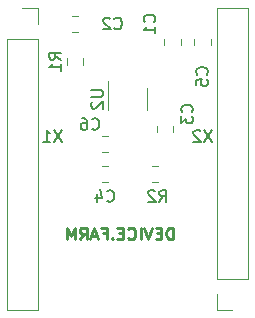
<source format=gbr>
G04 #@! TF.GenerationSoftware,KiCad,Pcbnew,5.0.2-bee76a0~70~ubuntu16.04.1*
G04 #@! TF.CreationDate,2019-07-30T14:23:51+02:00*
G04 #@! TF.ProjectId,hw-BOB-ATSAMD11D,68772d42-4f42-42d4-9154-53414d443131,rev?*
G04 #@! TF.SameCoordinates,Original*
G04 #@! TF.FileFunction,Legend,Bot*
G04 #@! TF.FilePolarity,Positive*
%FSLAX46Y46*%
G04 Gerber Fmt 4.6, Leading zero omitted, Abs format (unit mm)*
G04 Created by KiCad (PCBNEW 5.0.2-bee76a0~70~ubuntu16.04.1) date Tue 30 Jul 2019 02:23:51 PM CEST*
%MOMM*%
%LPD*%
G01*
G04 APERTURE LIST*
%ADD10C,0.250000*%
%ADD11C,0.120000*%
%ADD12C,0.150000*%
G04 APERTURE END LIST*
D10*
X124515000Y-61412380D02*
X124515000Y-60412380D01*
X124276904Y-60412380D01*
X124134047Y-60460000D01*
X124038809Y-60555238D01*
X123991190Y-60650476D01*
X123943571Y-60840952D01*
X123943571Y-60983809D01*
X123991190Y-61174285D01*
X124038809Y-61269523D01*
X124134047Y-61364761D01*
X124276904Y-61412380D01*
X124515000Y-61412380D01*
X123515000Y-60888571D02*
X123181666Y-60888571D01*
X123038809Y-61412380D02*
X123515000Y-61412380D01*
X123515000Y-60412380D01*
X123038809Y-60412380D01*
X122753095Y-60412380D02*
X122419761Y-61412380D01*
X122086428Y-60412380D01*
X121753095Y-61412380D02*
X121753095Y-60412380D01*
X120705476Y-61317142D02*
X120753095Y-61364761D01*
X120895952Y-61412380D01*
X120991190Y-61412380D01*
X121134047Y-61364761D01*
X121229285Y-61269523D01*
X121276904Y-61174285D01*
X121324523Y-60983809D01*
X121324523Y-60840952D01*
X121276904Y-60650476D01*
X121229285Y-60555238D01*
X121134047Y-60460000D01*
X120991190Y-60412380D01*
X120895952Y-60412380D01*
X120753095Y-60460000D01*
X120705476Y-60507619D01*
X120276904Y-60888571D02*
X119943571Y-60888571D01*
X119800714Y-61412380D02*
X120276904Y-61412380D01*
X120276904Y-60412380D01*
X119800714Y-60412380D01*
X119372142Y-61317142D02*
X119324523Y-61364761D01*
X119372142Y-61412380D01*
X119419761Y-61364761D01*
X119372142Y-61317142D01*
X119372142Y-61412380D01*
X118562619Y-60888571D02*
X118895952Y-60888571D01*
X118895952Y-61412380D02*
X118895952Y-60412380D01*
X118419761Y-60412380D01*
X118086428Y-61126666D02*
X117610238Y-61126666D01*
X118181666Y-61412380D02*
X117848333Y-60412380D01*
X117515000Y-61412380D01*
X116610238Y-61412380D02*
X116943571Y-60936190D01*
X117181666Y-61412380D02*
X117181666Y-60412380D01*
X116800714Y-60412380D01*
X116705476Y-60460000D01*
X116657857Y-60507619D01*
X116610238Y-60602857D01*
X116610238Y-60745714D01*
X116657857Y-60840952D01*
X116705476Y-60888571D01*
X116800714Y-60936190D01*
X117181666Y-60936190D01*
X116181666Y-61412380D02*
X116181666Y-60412380D01*
X115848333Y-61126666D01*
X115515000Y-60412380D01*
X115515000Y-61412380D01*
D11*
G04 #@! TO.C,C1*
X123750000Y-44433748D02*
X123750000Y-44956252D01*
X125170000Y-44433748D02*
X125170000Y-44956252D01*
G04 #@! TO.C,C2*
X116466252Y-43890000D02*
X115943748Y-43890000D01*
X116466252Y-42470000D02*
X115943748Y-42470000D01*
G04 #@! TO.C,C3*
X123115000Y-51808748D02*
X123115000Y-52331252D01*
X124535000Y-51808748D02*
X124535000Y-52331252D01*
G04 #@! TO.C,C4*
X118483748Y-55170000D02*
X119006252Y-55170000D01*
X118483748Y-56590000D02*
X119006252Y-56590000D01*
G04 #@! TO.C,C5*
X126290000Y-44956252D02*
X126290000Y-44433748D01*
X127710000Y-44956252D02*
X127710000Y-44433748D01*
G04 #@! TO.C,C6*
X119006252Y-52630000D02*
X118483748Y-52630000D01*
X119006252Y-54050000D02*
X118483748Y-54050000D01*
G04 #@! TO.C,R1*
X115495000Y-46093748D02*
X115495000Y-46616252D01*
X116915000Y-46093748D02*
X116915000Y-46616252D01*
G04 #@! TO.C,R2*
X122683748Y-56590000D02*
X123206252Y-56590000D01*
X122683748Y-55170000D02*
X123206252Y-55170000D01*
G04 #@! TO.C,U2*
X122260000Y-48630000D02*
X122260000Y-50430000D01*
X119040000Y-50430000D02*
X119040000Y-47980000D01*
G04 #@! TO.C,X1*
X113090000Y-67370000D02*
X110430000Y-67370000D01*
X113090000Y-44450000D02*
X113090000Y-67370000D01*
X110430000Y-44450000D02*
X110430000Y-67370000D01*
X113090000Y-44450000D02*
X110430000Y-44450000D01*
X113090000Y-43180000D02*
X113090000Y-41850000D01*
X113090000Y-41850000D02*
X111760000Y-41850000D01*
G04 #@! TO.C,X2*
X128210000Y-67370000D02*
X129540000Y-67370000D01*
X128210000Y-66040000D02*
X128210000Y-67370000D01*
X128210000Y-64770000D02*
X130870000Y-64770000D01*
X130870000Y-64770000D02*
X130870000Y-41850000D01*
X128210000Y-64770000D02*
X128210000Y-41850000D01*
X128210000Y-41850000D02*
X130870000Y-41850000D01*
G04 #@! TO.C,C1*
D12*
X122912142Y-43013333D02*
X122959761Y-42965714D01*
X123007380Y-42822857D01*
X123007380Y-42727619D01*
X122959761Y-42584761D01*
X122864523Y-42489523D01*
X122769285Y-42441904D01*
X122578809Y-42394285D01*
X122435952Y-42394285D01*
X122245476Y-42441904D01*
X122150238Y-42489523D01*
X122055000Y-42584761D01*
X122007380Y-42727619D01*
X122007380Y-42822857D01*
X122055000Y-42965714D01*
X122102619Y-43013333D01*
X123007380Y-43965714D02*
X123007380Y-43394285D01*
X123007380Y-43680000D02*
X122007380Y-43680000D01*
X122150238Y-43584761D01*
X122245476Y-43489523D01*
X122293095Y-43394285D01*
G04 #@! TO.C,C2*
X119546666Y-43537142D02*
X119594285Y-43584761D01*
X119737142Y-43632380D01*
X119832380Y-43632380D01*
X119975238Y-43584761D01*
X120070476Y-43489523D01*
X120118095Y-43394285D01*
X120165714Y-43203809D01*
X120165714Y-43060952D01*
X120118095Y-42870476D01*
X120070476Y-42775238D01*
X119975238Y-42680000D01*
X119832380Y-42632380D01*
X119737142Y-42632380D01*
X119594285Y-42680000D01*
X119546666Y-42727619D01*
X119165714Y-42727619D02*
X119118095Y-42680000D01*
X119022857Y-42632380D01*
X118784761Y-42632380D01*
X118689523Y-42680000D01*
X118641904Y-42727619D01*
X118594285Y-42822857D01*
X118594285Y-42918095D01*
X118641904Y-43060952D01*
X119213333Y-43632380D01*
X118594285Y-43632380D01*
G04 #@! TO.C,C3*
X126087142Y-50633333D02*
X126134761Y-50585714D01*
X126182380Y-50442857D01*
X126182380Y-50347619D01*
X126134761Y-50204761D01*
X126039523Y-50109523D01*
X125944285Y-50061904D01*
X125753809Y-50014285D01*
X125610952Y-50014285D01*
X125420476Y-50061904D01*
X125325238Y-50109523D01*
X125230000Y-50204761D01*
X125182380Y-50347619D01*
X125182380Y-50442857D01*
X125230000Y-50585714D01*
X125277619Y-50633333D01*
X125182380Y-50966666D02*
X125182380Y-51585714D01*
X125563333Y-51252380D01*
X125563333Y-51395238D01*
X125610952Y-51490476D01*
X125658571Y-51538095D01*
X125753809Y-51585714D01*
X125991904Y-51585714D01*
X126087142Y-51538095D01*
X126134761Y-51490476D01*
X126182380Y-51395238D01*
X126182380Y-51109523D01*
X126134761Y-51014285D01*
X126087142Y-50966666D01*
G04 #@! TO.C,C4*
X118911666Y-58142142D02*
X118959285Y-58189761D01*
X119102142Y-58237380D01*
X119197380Y-58237380D01*
X119340238Y-58189761D01*
X119435476Y-58094523D01*
X119483095Y-57999285D01*
X119530714Y-57808809D01*
X119530714Y-57665952D01*
X119483095Y-57475476D01*
X119435476Y-57380238D01*
X119340238Y-57285000D01*
X119197380Y-57237380D01*
X119102142Y-57237380D01*
X118959285Y-57285000D01*
X118911666Y-57332619D01*
X118054523Y-57570714D02*
X118054523Y-58237380D01*
X118292619Y-57189761D02*
X118530714Y-57904047D01*
X117911666Y-57904047D01*
G04 #@! TO.C,C5*
X127357142Y-47458333D02*
X127404761Y-47410714D01*
X127452380Y-47267857D01*
X127452380Y-47172619D01*
X127404761Y-47029761D01*
X127309523Y-46934523D01*
X127214285Y-46886904D01*
X127023809Y-46839285D01*
X126880952Y-46839285D01*
X126690476Y-46886904D01*
X126595238Y-46934523D01*
X126500000Y-47029761D01*
X126452380Y-47172619D01*
X126452380Y-47267857D01*
X126500000Y-47410714D01*
X126547619Y-47458333D01*
X126452380Y-48363095D02*
X126452380Y-47886904D01*
X126928571Y-47839285D01*
X126880952Y-47886904D01*
X126833333Y-47982142D01*
X126833333Y-48220238D01*
X126880952Y-48315476D01*
X126928571Y-48363095D01*
X127023809Y-48410714D01*
X127261904Y-48410714D01*
X127357142Y-48363095D01*
X127404761Y-48315476D01*
X127452380Y-48220238D01*
X127452380Y-47982142D01*
X127404761Y-47886904D01*
X127357142Y-47839285D01*
G04 #@! TO.C,C6*
X117641666Y-52047142D02*
X117689285Y-52094761D01*
X117832142Y-52142380D01*
X117927380Y-52142380D01*
X118070238Y-52094761D01*
X118165476Y-51999523D01*
X118213095Y-51904285D01*
X118260714Y-51713809D01*
X118260714Y-51570952D01*
X118213095Y-51380476D01*
X118165476Y-51285238D01*
X118070238Y-51190000D01*
X117927380Y-51142380D01*
X117832142Y-51142380D01*
X117689285Y-51190000D01*
X117641666Y-51237619D01*
X116784523Y-51142380D02*
X116975000Y-51142380D01*
X117070238Y-51190000D01*
X117117857Y-51237619D01*
X117213095Y-51380476D01*
X117260714Y-51570952D01*
X117260714Y-51951904D01*
X117213095Y-52047142D01*
X117165476Y-52094761D01*
X117070238Y-52142380D01*
X116879761Y-52142380D01*
X116784523Y-52094761D01*
X116736904Y-52047142D01*
X116689285Y-51951904D01*
X116689285Y-51713809D01*
X116736904Y-51618571D01*
X116784523Y-51570952D01*
X116879761Y-51523333D01*
X117070238Y-51523333D01*
X117165476Y-51570952D01*
X117213095Y-51618571D01*
X117260714Y-51713809D01*
G04 #@! TO.C,R1*
X115007380Y-46188333D02*
X114531190Y-45855000D01*
X115007380Y-45616904D02*
X114007380Y-45616904D01*
X114007380Y-45997857D01*
X114055000Y-46093095D01*
X114102619Y-46140714D01*
X114197857Y-46188333D01*
X114340714Y-46188333D01*
X114435952Y-46140714D01*
X114483571Y-46093095D01*
X114531190Y-45997857D01*
X114531190Y-45616904D01*
X115007380Y-47140714D02*
X115007380Y-46569285D01*
X115007380Y-46855000D02*
X114007380Y-46855000D01*
X114150238Y-46759761D01*
X114245476Y-46664523D01*
X114293095Y-46569285D01*
G04 #@! TO.C,R2*
X123356666Y-58237380D02*
X123690000Y-57761190D01*
X123928095Y-58237380D02*
X123928095Y-57237380D01*
X123547142Y-57237380D01*
X123451904Y-57285000D01*
X123404285Y-57332619D01*
X123356666Y-57427857D01*
X123356666Y-57570714D01*
X123404285Y-57665952D01*
X123451904Y-57713571D01*
X123547142Y-57761190D01*
X123928095Y-57761190D01*
X122975714Y-57332619D02*
X122928095Y-57285000D01*
X122832857Y-57237380D01*
X122594761Y-57237380D01*
X122499523Y-57285000D01*
X122451904Y-57332619D01*
X122404285Y-57427857D01*
X122404285Y-57523095D01*
X122451904Y-57665952D01*
X123023333Y-58237380D01*
X122404285Y-58237380D01*
G04 #@! TO.C,U2*
X117562380Y-48768095D02*
X118371904Y-48768095D01*
X118467142Y-48815714D01*
X118514761Y-48863333D01*
X118562380Y-48958571D01*
X118562380Y-49149047D01*
X118514761Y-49244285D01*
X118467142Y-49291904D01*
X118371904Y-49339523D01*
X117562380Y-49339523D01*
X117657619Y-49768095D02*
X117610000Y-49815714D01*
X117562380Y-49910952D01*
X117562380Y-50149047D01*
X117610000Y-50244285D01*
X117657619Y-50291904D01*
X117752857Y-50339523D01*
X117848095Y-50339523D01*
X117990952Y-50291904D01*
X118562380Y-49720476D01*
X118562380Y-50339523D01*
G04 #@! TO.C,X1*
X115109523Y-52157380D02*
X114442857Y-53157380D01*
X114442857Y-52157380D02*
X115109523Y-53157380D01*
X113538095Y-53157380D02*
X114109523Y-53157380D01*
X113823809Y-53157380D02*
X113823809Y-52157380D01*
X113919047Y-52300238D01*
X114014285Y-52395476D01*
X114109523Y-52443095D01*
G04 #@! TO.C,X2*
X127809523Y-52157380D02*
X127142857Y-53157380D01*
X127142857Y-52157380D02*
X127809523Y-53157380D01*
X126809523Y-52252619D02*
X126761904Y-52205000D01*
X126666666Y-52157380D01*
X126428571Y-52157380D01*
X126333333Y-52205000D01*
X126285714Y-52252619D01*
X126238095Y-52347857D01*
X126238095Y-52443095D01*
X126285714Y-52585952D01*
X126857142Y-53157380D01*
X126238095Y-53157380D01*
G04 #@! TD*
M02*

</source>
